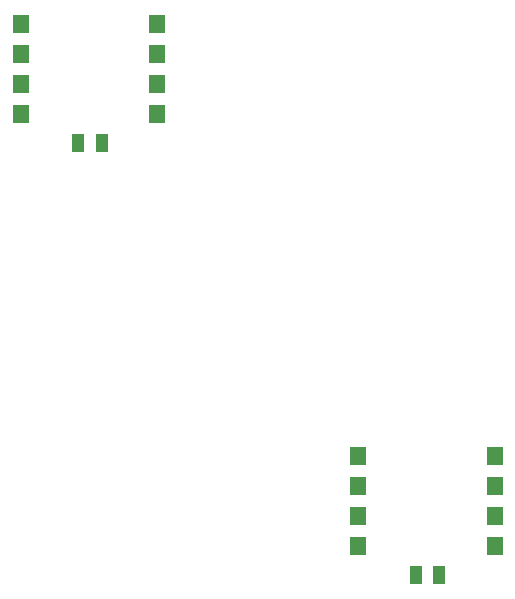
<source format=gbr>
%TF.GenerationSoftware,KiCad,Pcbnew,9.0.4*%
%TF.CreationDate,2025-09-18T16:51:08+08:00*%
%TF.ProjectId,XIAO,5849414f-2e6b-4696-9361-645f70636258,rev?*%
%TF.SameCoordinates,Original*%
%TF.FileFunction,Paste,Bot*%
%TF.FilePolarity,Positive*%
%FSLAX46Y46*%
G04 Gerber Fmt 4.6, Leading zero omitted, Abs format (unit mm)*
G04 Created by KiCad (PCBNEW 9.0.4) date 2025-09-18 16:51:08*
%MOMM*%
%LPD*%
G01*
G04 APERTURE LIST*
G04 Aperture macros list*
%AMRoundRect*
0 Rectangle with rounded corners*
0 $1 Rounding radius*
0 $2 $3 $4 $5 $6 $7 $8 $9 X,Y pos of 4 corners*
0 Add a 4 corners polygon primitive as box body*
4,1,4,$2,$3,$4,$5,$6,$7,$8,$9,$2,$3,0*
0 Add four circle primitives for the rounded corners*
1,1,$1+$1,$2,$3*
1,1,$1+$1,$4,$5*
1,1,$1+$1,$6,$7*
1,1,$1+$1,$8,$9*
0 Add four rect primitives between the rounded corners*
20,1,$1+$1,$2,$3,$4,$5,0*
20,1,$1+$1,$4,$5,$6,$7,0*
20,1,$1+$1,$6,$7,$8,$9,0*
20,1,$1+$1,$8,$9,$2,$3,0*%
G04 Aperture macros list end*
%ADD10RoundRect,0.140000X0.560000X0.660000X-0.560000X0.660000X-0.560000X-0.660000X0.560000X-0.660000X0*%
%ADD11RoundRect,0.110000X-0.440000X0.690000X-0.440000X-0.690000X0.440000X-0.690000X0.440000X0.690000X0*%
G04 APERTURE END LIST*
D10*
%TO.C,U16*%
X242250000Y-89150000D03*
X242250000Y-91690000D03*
X242250000Y-94230000D03*
X242250000Y-96770000D03*
X230690994Y-96770000D03*
X230690994Y-94230000D03*
X230690994Y-91690000D03*
X230690994Y-89150000D03*
D11*
X235550000Y-99290000D03*
X237550000Y-99290000D03*
%TD*%
D10*
%TO.C,U17*%
X213660800Y-52589263D03*
X213660800Y-55129263D03*
X213660800Y-57669263D03*
X213660800Y-60209263D03*
X202101794Y-60209263D03*
X202101794Y-57669263D03*
X202101794Y-55129263D03*
X202101794Y-52589263D03*
D11*
X206960800Y-62729263D03*
X208960800Y-62729263D03*
%TD*%
M02*

</source>
